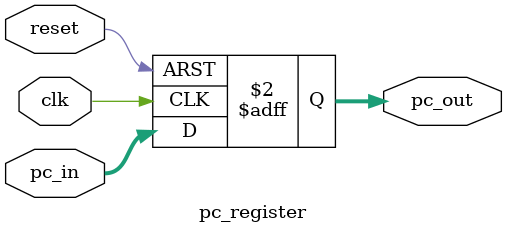
<source format=v>
`timescale 1ns/1ps

module pc_register (
    input clk, // Clock signal
    input reset, // Reset signal
    input [31:0] pc_in, // Input program counter value
    output reg [31:0] pc_out // Output program counter value
);
    always @(posedge clk or posedge reset) begin
        if (reset)
            pc_out <= 32'b0; // Reset case: set program counter to zero
        else
            pc_out <= pc_in; // Normal case: update program counter with input value
    end
endmodule

</source>
